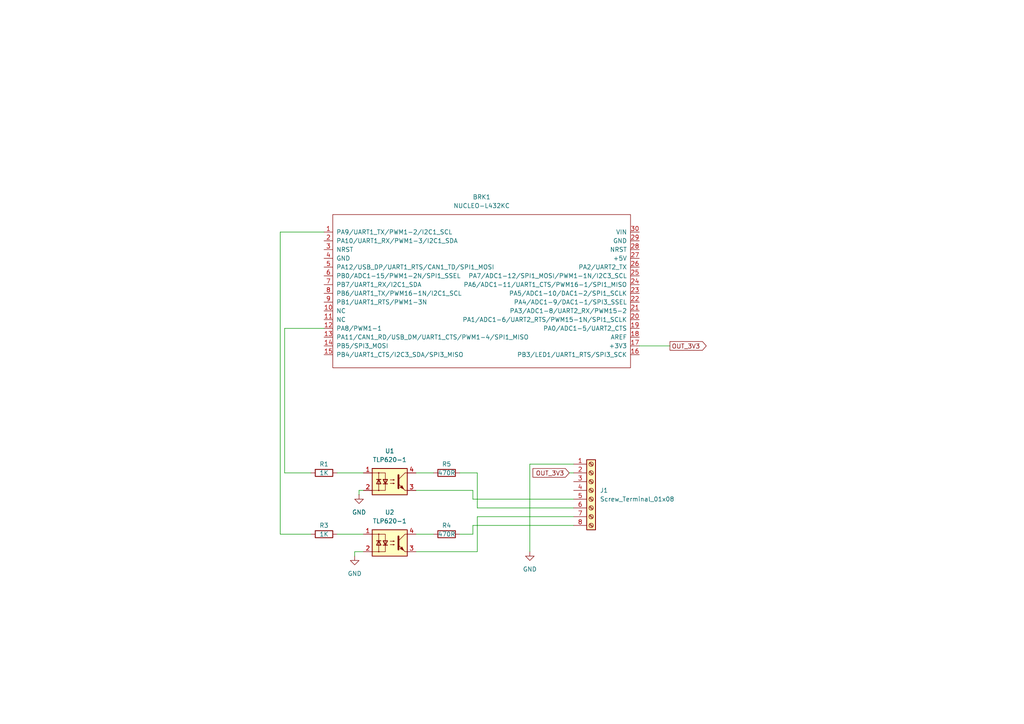
<source format=kicad_sch>
(kicad_sch (version 20250114) (generator "eeschema") (generator_version "9.0")
  (paper "A4")
  (lib_symbols
    (symbol "Connector:Screw_Terminal_01x08" (pin_names (offset 1.016) (hide yes))
      (property "Reference" "J" (at 0 10.16 0))
      (property "Value" "Screw_Terminal_01x08" (at 0 -12.7 0))
      (symbol "Screw_Terminal_01x08_1_1"
        (rectangle (start -1.27 8.89) (end 1.27 -11.43) (stroke (width 0.254)) (fill (type background)))
        (polyline (pts (xy -0.5334 7.9502) (xy 0.3302 7.112)) (stroke (width 0.1524)))
        (polyline (pts (xy -0.5334 5.4102) (xy 0.3302 4.572)) (stroke (width 0.1524)))
        (polyline (pts (xy -0.5334 2.8702) (xy 0.3302 2.032)) (stroke (width 0.1524)))
        (polyline (pts (xy -0.5334 0.3302) (xy 0.3302 -0.508)) (stroke (width 0.1524)))
        (polyline (pts (xy -0.5334 -2.2098) (xy 0.3302 -3.048)) (stroke (width 0.1524)))
        (polyline (pts (xy -0.5334 -4.7498) (xy 0.3302 -5.588)) (stroke (width 0.1524)))
        (polyline (pts (xy -0.5334 -7.2898) (xy 0.3302 -8.128)) (stroke (width 0.1524)))
        (polyline (pts (xy -0.5334 -9.8298) (xy 0.3302 -10.668)) (stroke (width 0.1524)))
        (polyline (pts (xy -0.3556 8.128) (xy 0.508 7.2898)) (stroke (width 0.1524)))
        (polyline (pts (xy -0.3556 5.588) (xy 0.508 4.7498)) (stroke (width 0.1524)))
        (polyline (pts (xy -0.3556 3.048) (xy 0.508 2.2098)) (stroke (width 0.1524)))
        (polyline (pts (xy -0.3556 0.508) (xy 0.508 -0.3302)) (stroke (width 0.1524)))
        (polyline (pts (xy -0.3556 -2.032) (xy 0.508 -2.8702)) (stroke (width 0.1524)))
        (polyline (pts (xy -0.3556 -4.572) (xy 0.508 -5.4102)) (stroke (width 0.1524)))
        (polyline (pts (xy -0.3556 -7.112) (xy 0.508 -7.9502)) (stroke (width 0.1524)))
        (polyline (pts (xy -0.3556 -9.652) (xy 0.508 -10.4902)) (stroke (width 0.1524)))
        (circle (center 0 7.62) (radius 0.635) (stroke (width 0.1524)))
        (circle (center 0 5.08) (radius 0.635) (stroke (width 0.1524)))
        (circle (center 0 2.54) (radius 0.635) (stroke (width 0.1524)))
        (circle (center 0 0) (radius 0.635) (stroke (width 0.1524)))
        (circle (center 0 -2.54) (radius 0.635) (stroke (width 0.1524)))
        (circle (center 0 -5.08) (radius 0.635) (stroke (width 0.1524)))
        (circle (center 0 -7.62) (radius 0.635) (stroke (width 0.1524)))
        (circle (center 0 -10.16) (radius 0.635) (stroke (width 0.1524)))
        (pin passive line (at -5.08 7.62 0) (length 3.81) (name "Pin_1") (number "1"))
        (pin passive line (at -5.08 5.08 0) (length 3.81) (name "Pin_2") (number "2"))
        (pin passive line (at -5.08 2.54 0) (length 3.81) (name "Pin_3") (number "3"))
        (pin passive line (at -5.08 0 0) (length 3.81) (name "Pin_4") (number "4"))
        (pin passive line (at -5.08 -2.54 0) (length 3.81) (name "Pin_5") (number "5"))
        (pin passive line (at -5.08 -5.08 0) (length 3.81) (name "Pin_6") (number "6"))
        (pin passive line (at -5.08 -7.62 0) (length 3.81) (name "Pin_7") (number "7"))
        (pin passive line (at -5.08 -10.16 0) (length 3.81) (name "Pin_8") (number "8"))
      )
    )
    (symbol "Device:R" (pin_numbers (hide yes)) (pin_names (offset 0))
      (property "Reference" "R" (at 2.032 0 90))
      (property "Value" "R" (at 0 0 90))
      (symbol "R_0_1"
        (rectangle (start -1.016 -2.54) (end 1.016 2.54) (stroke (width 0.254)))
      )
      (symbol "R_1_1"
        (pin passive line (at 0 3.81 270) (length 1.27) (name "~") (number "1"))
        (pin passive line (at 0 -3.81 90) (length 1.27) (name "~") (number "2"))
      )
    )
    (symbol "Isolator:TLP290" (pin_names (offset 1.016))
      (property "Reference" "U" (at -5.08 5.08 0))
      (property "Value" "TLP290" (at 0 5.08 0))
      (symbol "TLP290_0_1"
        (rectangle (start -5.08 3.81) (end 5.08 -3.81) (stroke (width 0.254)) (fill (type background)))
        (polyline (pts (xy -5.08 2.54) (xy -1.27 2.54) (xy -1.27 -0.635)))
        (polyline (pts (xy -3.81 0.635) (xy -2.54 0.635)) (stroke (width 0.254)))
        (circle (center -3.175 2.54) (radius 0.127))
        (polyline (pts (xy -3.175 0.635) (xy -3.81 -0.635) (xy -2.54 -0.635) (xy -3.175 0.635)) (stroke (width 0.254)))
        (polyline (pts (xy -3.175 -0.635) (xy -3.175 2.54)))
        (polyline (pts (xy -3.175 -0.635) (xy -3.175 -2.54)))
        (circle (center -3.175 -2.54) (radius 0.127))
        (polyline (pts (xy -1.905 -0.635) (xy -0.635 -0.635)) (stroke (width 0.254)))
        (polyline (pts (xy -1.27 -0.635) (xy -1.27 -2.54) (xy -5.08 -2.54)))
        (polyline (pts (xy -1.27 -0.635) (xy -1.905 0.635) (xy -0.635 0.635) (xy -1.27 -0.635)) (stroke (width 0.254)))
        (polyline (pts (xy 0.127 0.508) (xy 1.397 0.508) (xy 1.016 0.381) (xy 1.016 0.635) (xy 1.397 0.508)))
        (polyline (pts (xy 0.127 -0.508) (xy 1.397 -0.508) (xy 1.016 -0.635) (xy 1.016 -0.381) (xy 1.397 -0.508)))
        (polyline (pts (xy 2.54 1.905) (xy 2.54 -1.905) (xy 2.54 -1.905)) (stroke (width 0.508)))
        (polyline (pts (xy 2.54 0.635) (xy 4.445 2.54)))
        (polyline (pts (xy 3.048 -1.651) (xy 3.556 -1.143) (xy 4.064 -2.159) (xy 3.048 -1.651) (xy 3.048 -1.651)) (fill (type outline)))
        (polyline (pts (xy 4.445 2.54) (xy 5.08 2.54)))
        (polyline (pts (xy 4.445 -2.54) (xy 2.54 -0.635)) (fill (type outline)))
        (polyline (pts (xy 4.445 -2.54) (xy 5.08 -2.54)))
      )
      (symbol "TLP290_1_1"
        (pin passive line (at -7.62 2.54 0) (length 2.54) (name "~") (number "1"))
        (pin passive line (at -7.62 -2.54 0) (length 2.54) (name "~") (number "2"))
        (pin passive line (at 7.62 2.54 180) (length 2.54) (name "~") (number "4"))
        (pin passive line (at 7.62 -2.54 180) (length 2.54) (name "~") (number "3"))
      )
    )
    (symbol "NUCLEO-L432KC:NUCLEO-L432KC" (pin_names (offset 1.016))
      (property "Reference" "BRK" (at 2.54 -46.99 0))
      (property "Value" "NUCLEO-L432KC" (at 22.86 1.27 0))
      (symbol "NUCLEO-L432KC_0_1"
        (rectangle (start 0 0) (end 86.36 -44.45))
      )
      (symbol "NUCLEO-L432KC_1_1"
        (pin bidirectional line (at -2.54 -5.08 0) (length 2.54) (name "PA9/UART1_TX/PWM1-2/I2C1_SCL") (number "1"))
        (pin bidirectional line (at -2.54 -7.62 0) (length 2.54) (name "PA10/UART1_RX/PWM1-3/I2C1_SDA") (number "2"))
        (pin bidirectional line (at -2.54 -10.16 0) (length 2.54) (name "NRST") (number "3"))
        (pin power_in line (at -2.54 -12.7 0) (length 2.54) (name "GND") (number "4"))
        (pin bidirectional line (at -2.54 -15.24 0) (length 2.54) (name "PA12/USB_DP/UART1_RTS/CAN1_TD/SPI1_MOSI") (number "5"))
        (pin bidirectional line (at -2.54 -17.78 0) (length 2.54) (name "PB0/ADC1-15/PWM1-2N/SPI1_SSEL") (number "6"))
        (pin bidirectional line (at -2.54 -20.32 0) (length 2.54) (name "PB7/UART1_RX/I2C1_SDA") (number "7"))
        (pin bidirectional line (at -2.54 -22.86 0) (length 2.54) (name "PB6/UART1_TX/PWM16-1N/I2C1_SCL") (number "8"))
        (pin bidirectional line (at -2.54 -25.4 0) (length 2.54) (name "PB1/UART1_RTS/PWM1-3N") (number "9"))
        (pin bidirectional line (at -2.54 -27.94 0) (length 2.54) (name "NC") (number "10"))
        (pin bidirectional line (at -2.54 -30.48 0) (length 2.54) (name "NC") (number "11"))
        (pin bidirectional line (at -2.54 -33.02 0) (length 2.54) (name "PA8/PWM1-1") (number "12"))
        (pin bidirectional line (at -2.54 -35.56 0) (length 2.54) (name "PA11/CAN1_RD/USB_DM/UART1_CTS/PWM1-4/SPI1_MISO") (number "13"))
        (pin bidirectional line (at -2.54 -38.1 0) (length 2.54) (name "PB5/SPI3_MOSI") (number "14"))
        (pin bidirectional line (at -2.54 -40.64 0) (length 2.54) (name "PB4/UART1_CTS/I2C3_SDA/SPI3_MISO") (number "15"))
        (pin power_in line (at 88.9 -5.08 180) (length 2.54) (name "VIN") (number "30"))
        (pin power_in line (at 88.9 -7.62 180) (length 2.54) (name "GND") (number "29"))
        (pin power_in line (at 88.9 -10.16 180) (length 2.54) (name "NRST") (number "28"))
        (pin power_in line (at 88.9 -12.7 180) (length 2.54) (name "+5V") (number "27"))
        (pin bidirectional line (at 88.9 -15.24 180) (length 2.54) (name "PA2/UART2_TX") (number "26"))
        (pin bidirectional line (at 88.9 -17.78 180) (length 2.54) (name "PA7/ADC1-12/SPI1_MOSI/PWM1-1N/I2C3_SCL") (number "25"))
        (pin bidirectional line (at 88.9 -20.32 180) (length 2.54) (name "PA6/ADC1-11/UART1_CTS/PWM16-1/SPI1_MISO") (number "24"))
        (pin bidirectional line (at 88.9 -22.86 180) (length 2.54) (name "PA5/ADC1-10/DAC1-2/SPI1_SCLK") (number "23"))
        (pin bidirectional line (at 88.9 -25.4 180) (length 2.54) (name "PA4/ADC1-9/DAC1-1/SPI3_SSEL") (number "22"))
        (pin bidirectional line (at 88.9 -27.94 180) (length 2.54) (name "PA3/ADC1-8/UART2_RX/PWM15-2") (number "21"))
        (pin bidirectional line (at 88.9 -30.48 180) (length 2.54) (name "PA1/ADC1-6/UART2_RTS/PWM15-1N/SPI1_SCLK") (number "20"))
        (pin bidirectional line (at 88.9 -33.02 180) (length 2.54) (name "PA0/ADC1-5/UART2_CTS") (number "19"))
        (pin power_in line (at 88.9 -35.56 180) (length 2.54) (name "AREF") (number "18"))
        (pin power_in line (at 88.9 -38.1 180) (length 2.54) (name "+3V3") (number "17"))
        (pin bidirectional line (at 88.9 -40.64 180) (length 2.54) (name "PB3/LED1/UART1_RTS/SPI3_SCK") (number "16"))
      )
    )
    (symbol "power:GND" (power) (pin_numbers (hide yes)) (pin_names (offset 0) (hide yes))
      (property "Value" "GND" (at 0 -3.81 0))
      (symbol "GND_0_1"
        (polyline (pts (xy 0 0) (xy 0 -1.27) (xy 1.27 -1.27) (xy 0 -2.54) (xy -1.27 -1.27) (xy 0 -1.27)))
      )
      (symbol "GND_1_1"
        (pin power_in line (at 0 0 270) (length 0) (name "~") (number "1"))
      )
    )
  )
  (wire (pts (xy 138.43 147.32) (xy 166.37 147.32)))
  (wire (pts (xy 82.55 95.25) (xy 82.55 137.16)))
  (wire (pts (xy 120.65 142.24) (xy 137.16 142.24)))
  (wire (pts (xy 137.16 142.24) (xy 137.16 144.78)))
  (wire (pts (xy 120.65 154.94) (xy 125.73 154.94)))
  (wire (pts (xy 97.79 137.16) (xy 105.41 137.16)))
  (wire (pts (xy 105.41 142.24) (xy 104.14 142.24)))
  (wire (pts (xy 81.28 67.31) (xy 81.28 154.94)))
  (wire (pts (xy 81.28 154.94) (xy 90.17 154.94)))
  (wire (pts (xy 138.43 149.86) (xy 138.43 160.02)))
  (wire (pts (xy 104.14 142.24) (xy 104.14 143.51)))
  (wire (pts (xy 137.16 144.78) (xy 166.37 144.78)))
  (wire (pts (xy 120.65 160.02) (xy 138.43 160.02)))
  (wire (pts (xy 165.1 137.16) (xy 166.37 137.16)))
  (wire (pts (xy 93.98 95.25) (xy 82.55 95.25)))
  (wire (pts (xy 138.43 137.16) (xy 138.43 147.32)))
  (wire (pts (xy 166.37 134.62) (xy 153.67 134.62)))
  (wire (pts (xy 93.98 67.31) (xy 81.28 67.31)))
  (wire (pts (xy 185.42 100.33) (xy 194.31 100.33)))
  (wire (pts (xy 102.87 160.02) (xy 102.87 161.29)))
  (wire (pts (xy 153.67 134.62) (xy 153.67 160.02)))
  (wire (pts (xy 166.37 149.86) (xy 138.43 149.86)))
  (wire (pts (xy 97.79 154.94) (xy 105.41 154.94)))
  (wire (pts (xy 105.41 160.02) (xy 102.87 160.02)))
  (wire (pts (xy 82.55 137.16) (xy 90.17 137.16)))
  (wire (pts (xy 137.16 154.94) (xy 133.35 154.94)))
  (wire (pts (xy 120.65 137.16) (xy 125.73 137.16)))
  (wire (pts (xy 166.37 152.4) (xy 137.16 152.4)))
  (wire (pts (xy 137.16 152.4) (xy 137.16 154.94)))
  (wire (pts (xy 133.35 137.16) (xy 138.43 137.16)))
  (global_label "OUT_3V3" (shape output) (at 194.31 100.33 0) (property "Intersheetrefs" "${INTERSHEET_REFS}" (effects (hide yes))))
  (global_label "OUT_3V3" (shape input) (at 165.1 137.16 180) (property "Intersheetrefs" "${INTERSHEET_REFS}" (effects (hide yes))))
  (symbol (lib_id "power:GND") (at 104.14 143.51 0) (unit 1)
    (property "Reference" "#PWR01" (effects (hide yes)))
    (property "Value" "GND" (at 104.14 148.59 0))
    (property "Description" "Power symbol creates a global label with name \"GND\" , ground" (effects (hide yes)))
  )
  (symbol (lib_id "Device:R") (at 129.54 154.94 90) (unit 1)
    (property "Reference" "R4" (at 129.54 152.4 90))
    (property "Value" "470R" (at 129.54 154.94 90))
    (property "Description" "Resistor" (effects (hide yes)))
  )
  (symbol (lib_id "Isolator:TLP290") (at 113.03 157.48 0) (unit 1)
    (property "Reference" "U2" (at 113.03 148.59 0))
    (property "Value" "TLP620-1" (at 113.03 151.13 0))
    (property "Footprint" "Package_SO:SOP-4_4.4x2.6mm_P1.27mm" (effects (hide yes)))
    (property "Datasheet" "https://toshiba.semicon-storage.com/info/docget.jsp?did=12882&prodName=TLP290" (effects (hide yes)))
    (property "Description" "AC/DC Phototransistor Optocoupler, Vce 80V, CTR 50-600%, not recommended for new designs, SOP4" (effects (hide yes)))
  )
  (symbol (lib_id "Device:R") (at 93.98 137.16 90) (unit 1)
    (property "Reference" "R1" (at 93.98 134.62 90))
    (property "Value" "1K" (at 93.98 137.16 90))
    (property "Description" "Resistor" (effects (hide yes)))
  )
  (symbol (lib_id "NUCLEO-L432KC:NUCLEO-L432KC") (at 96.52 62.23 0) (unit 1)
    (property "Reference" "BRK1" (at 139.7 57.15 0))
    (property "Value" "NUCLEO-L432KC" (at 139.7 59.69 0))
  )
  (symbol (lib_id "power:GND") (at 153.67 160.02 0) (unit 1)
    (property "Reference" "#PWR03" (effects (hide yes)))
    (property "Value" "GND" (at 153.67 165.1 0))
    (property "Description" "Power symbol creates a global label with name \"GND\" , ground" (effects (hide yes)))
  )
  (symbol (lib_id "Connector:Screw_Terminal_01x08") (at 171.45 142.24 0) (unit 1)
    (property "Reference" "J1" (at 173.99 142.2399 0) (effects (justify left)))
    (property "Value" "Screw_Terminal_01x08" (at 173.99 144.7799 0) (effects (justify left)))
    (property "Description" "Generic screw terminal, single row, 01x08, script generated (kicad-library-utils/schlib/autogen/connector/)" (effects (hide yes)))
  )
  (symbol (lib_id "Isolator:TLP290") (at 113.03 139.7 0) (unit 1)
    (property "Reference" "U1" (at 113.03 130.81 0))
    (property "Value" "TLP620-1" (at 113.03 133.35 0))
    (property "Footprint" "Package_SO:SOP-4_4.4x2.6mm_P1.27mm" (effects (hide yes)))
    (property "Datasheet" "https://toshiba.semicon-storage.com/info/docget.jsp?did=12882&prodName=TLP290" (effects (hide yes)))
    (property "Description" "AC/DC Phototransistor Optocoupler, Vce 80V, CTR 50-600%, not recommended for new designs, SOP4" (effects (hide yes)))
  )
  (symbol (lib_id "Device:R") (at 93.98 154.94 90) (unit 1)
    (property "Reference" "R3" (at 93.98 152.4 90))
    (property "Value" "1K" (at 93.98 154.94 90))
    (property "Description" "Resistor" (effects (hide yes)))
  )
  (symbol (lib_id "power:GND") (at 102.87 161.29 0) (unit 1)
    (property "Reference" "#PWR02" (effects (hide yes)))
    (property "Value" "GND" (at 102.87 166.37 0))
    (property "Description" "Power symbol creates a global label with name \"GND\" , ground" (effects (hide yes)))
  )
  (symbol (lib_id "Device:R") (at 129.54 137.16 90) (unit 1)
    (property "Reference" "R5" (at 129.54 134.62 90))
    (property "Value" "470R" (at 129.54 137.16 90))
    (property "Description" "Resistor" (effects (hide yes)))
  )
)
</source>
